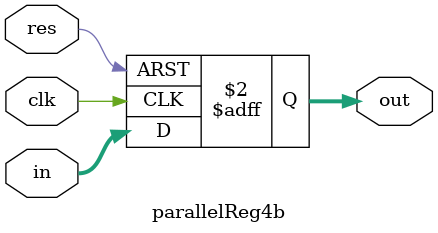
<source format=v>
`timescale 1ns / 1ps
module parallelReg4b(res, clk, in, out);
input [3:0] in;
output reg [3:0] out;
input res, clk;

always @(posedge clk, posedge res)
begin
if (res) out <= 0;
else
out <= in;
end
endmodule

</source>
